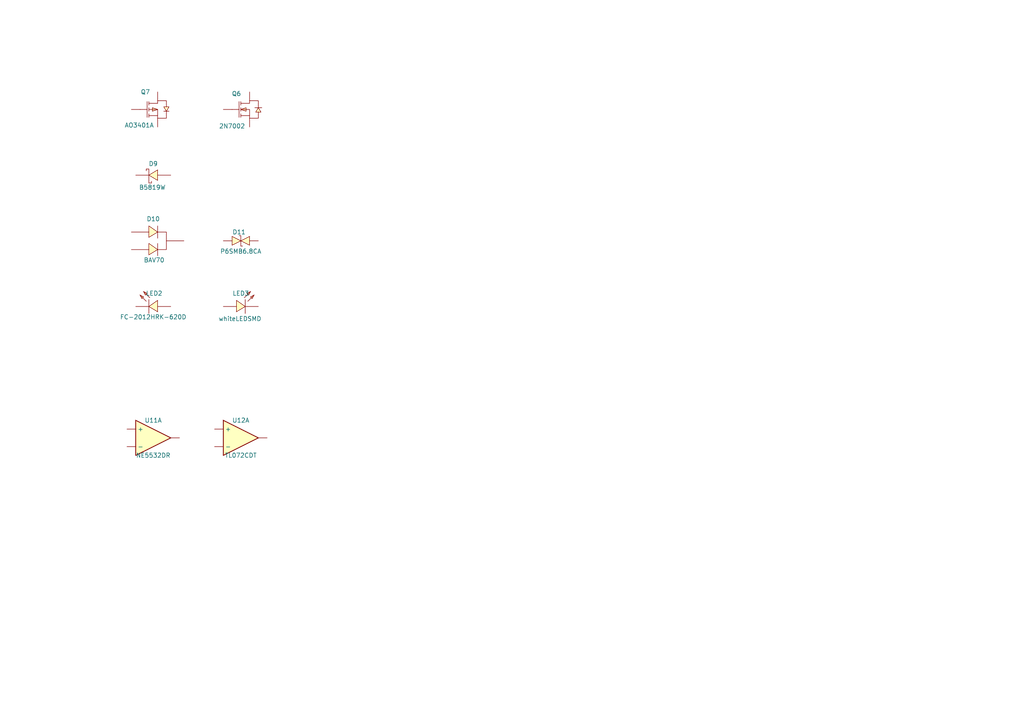
<source format=kicad_sch>
(kicad_sch (version 20250114) (generator "eeschema") (generator_version "9.0")
  (paper "A4")
  (lib_symbols
    (symbol "jlcbasic:2N7002" (pin_numbers (hide yes)) (pin_names (hide yes))
      (property "Reference" "Q" (at -1.27 4.572 0))
      (property "Value" "2N7002" (at -2.54 -4.826 0))
      (symbol "2N7002_0_1"
        (polyline (pts (xy -2.54 0) (xy -0.51 0)))
        (polyline (pts (xy -0.51 2.29) (xy -0.51 -2.29)))
        (polyline (pts (xy 0 2.29) (xy 0 1.27)))
        (polyline (pts (xy 0 1.78) (xy 2.54 1.78) (xy 2.54 2.54) (xy 5.08 2.54) (xy 5.08 0.51)))
        (polyline (pts (xy 0 0) (xy 1.52 -0.51) (xy 1.52 0.51) (xy 0 0)) (fill (type background)))
        (polyline (pts (xy 0 0) (xy 2.54 0) (xy 2.54 -2.54) (xy 5.08 -2.54) (xy 5.08 -0.76)))
        (polyline (pts (xy 0 -0.51) (xy 0 0.51)))
        (polyline (pts (xy 0 -2.29) (xy 0 -1.27)))
        (polyline (pts (xy 2.54 -1.78) (xy 0 -1.78)))
        (polyline (pts (xy 5.08 0.51) (xy 4.32 -0.76) (xy 5.84 -0.76) (xy 5.08 0.51)) (fill (type background)))
        (polyline (pts (xy 6.1 0.51) (xy 5.59 0.51) (xy 4.57 0.51) (xy 4.06 0.51)))
        (pin unspecified line (at -5.08 0 0) (length 2.54) (name "G") (number "1"))
        (pin unspecified line (at 2.54 5.08 270) (length 2.54) (name "D") (number "3"))
        (pin unspecified line (at 2.54 -5.08 90) (length 2.54) (name "S") (number "2"))
      )
    )
    (symbol "jlcbasic:AO3401A" (pin_numbers (hide yes)) (pin_names (hide yes))
      (property "Reference" "Q" (at -1.016 5.08 0))
      (property "Value" "AO3401A" (at -2.794 -4.572 0))
      (symbol "AO3401A_0_1"
        (polyline (pts (xy -2.54 0) (xy -0.51 0)))
        (polyline (pts (xy -0.51 2.29) (xy -0.51 -2.29)))
        (polyline (pts (xy 0 1.27) (xy 0 2.29)))
        (polyline (pts (xy 0 0) (xy 2.54 0) (xy 2.54 -2.54)))
        (polyline (pts (xy 0 -0.51) (xy 0 0.51)))
        (polyline (pts (xy 0 -2.29) (xy 0 -1.27)))
        (polyline (pts (xy 2.54 1.78) (xy 0 1.78)))
        (polyline (pts (xy 2.54 1.78) (xy 2.54 2.54) (xy 5.08 2.54) (xy 5.08 0.76)))
        (polyline (pts (xy 2.54 0) (xy 1.02 0.51) (xy 1.02 -0.51) (xy 2.54 0)) (fill (type background)))
        (polyline (pts (xy 2.54 -1.78) (xy 0 -1.78)))
        (polyline (pts (xy 2.54 -2.54) (xy 5.08 -2.54) (xy 5.08 -0.51)))
        (polyline (pts (xy 5.08 -0.51) (xy 5.84 0.76) (xy 4.32 0.76) (xy 5.08 -0.51)) (fill (type background)))
        (polyline (pts (xy 5.84 -0.51) (xy 5.59 -0.51) (xy 4.57 -0.51) (xy 4.32 -0.51)))
        (pin unspecified line (at -5.08 0 0) (length 2.54) (name "G") (number "1"))
        (pin unspecified line (at 2.54 5.08 270) (length 2.54) (name "D") (number "3"))
        (pin unspecified line (at 2.54 -5.08 90) (length 2.54) (name "S") (number "2"))
      )
    )
    (symbol "jlcbasic:B5819W_C8598" (pin_numbers (hide yes)) (pin_names (hide yes))
      (property "Reference" "D" (at 0 3.302 0))
      (property "Value" "B5819W" (at -0.254 -3.556 0))
      (symbol "B5819W_C8598_0_1"
        (polyline (pts (xy -0.51 -1.78) (xy -0.51 -2.29) (xy -1.27 -2.29) (xy -1.27 1.02) (xy -1.27 1.78) (xy -2.03 1.78) (xy -2.03 1.27)))
        (polyline (pts (xy 1.27 1.52) (xy -1.27 0) (xy 1.27 -1.52) (xy 1.27 1.52)) (fill (type background)))
        (pin unspecified line (at -5.08 0 0) (length 3.81) (name "-") (number "1"))
        (pin unspecified line (at 5.08 0 180) (length 3.81) (name "+") (number "2"))
      )
    )
    (symbol "jlcbasic:BAV70-C68978" (pin_numbers (hide yes)) (pin_names (hide yes))
      (property "Reference" "D" (at -1.27 6.35 0))
      (property "Value" "BAV70" (at -1.016 -5.588 0))
      (symbol "BAV70-C68978_0_1"
        (polyline (pts (xy -2.54 1.02) (xy 0 2.54) (xy -2.54 4.32) (xy -2.54 1.02)) (fill (type background)))
        (polyline (pts (xy -2.54 -4.06) (xy 0 -2.54) (xy -2.54 -0.76) (xy -2.54 -4.06)) (fill (type background)))
        (polyline (pts (xy 0 2.54) (xy 2.54 2.54) (xy 2.54 -2.54) (xy 0 -2.54) (xy 0 -2.54)))
        (polyline (pts (xy 0 0.76) (xy 0 4.32)))
        (polyline (pts (xy 0 -4.32) (xy 0 -0.76)))
        (pin unspecified line (at -7.62 2.54 0) (length 5.08) (name "1") (number "1"))
        (pin unspecified line (at -7.62 -2.54 0) (length 5.08) (name "2") (number "2"))
        (pin unspecified line (at 7.62 0 180) (length 5.08) (name "3") (number "3"))
      )
    )
    (symbol "jlcbasic:FC-2012HRK-620D" (pin_numbers (hide yes)) (pin_names (hide yes))
      (property "Reference" "LED" (at 0.254 3.81 0))
      (property "Value" "FC-2012HRK-620D" (at 0 -3.048 0))
      (symbol "FC-2012HRK-620D_0_1"
        (polyline (pts (xy -3.81 3.3) (xy -2.79 2.79) (xy -3.3 2.29) (xy -3.81 3.3)) (fill (type background)))
        (polyline (pts (xy -2.79 4.32) (xy -1.78 3.81) (xy -2.29 3.3) (xy -2.79 4.32)) (fill (type background)))
        (polyline (pts (xy -2.03 1.52) (xy -3.81 3.3)))
        (polyline (pts (xy -1.27 2.03) (xy -1.27 -2.03)))
        (polyline (pts (xy -1.02 2.54) (xy -2.79 4.32)))
        (polyline (pts (xy 1.27 -1.52) (xy -1.27 0) (xy 1.27 1.78) (xy 1.27 -1.52)) (fill (type background)))
        (pin unspecified line (at -5.08 0 0) (length 3.81) (name "-") (number "2"))
        (pin unspecified line (at 5.08 0 180) (length 3.81) (name "+") (number "1"))
      )
    )
    (symbol "jlcbasic:NE5532" (pin_numbers (hide yes))
      (property "Reference" "U" (at 0 5.08 0))
      (property "Value" "NE5532DR" (at 0 -5.08 0))
      (symbol "NE5532_1_1"
        (polyline (pts (xy -5.08 5.08) (xy 5.08 0) (xy -5.08 -5.08) (xy -5.08 5.08)) (stroke (width 0.254)) (fill (type background)))
        (pin input line (at -7.62 2.54 0) (length 2.54) (name "+") (number "3"))
        (pin input line (at -7.62 -2.54 0) (length 2.54) (name "-") (number "2"))
        (pin output line (at 7.62 0 180) (length 2.54) (name "~") (number "1"))
      )
      (symbol "NE5532_2_1"
        (polyline (pts (xy -5.08 5.08) (xy 5.08 0) (xy -5.08 -5.08) (xy -5.08 5.08)) (stroke (width 0.254)) (fill (type background)))
        (pin input line (at -7.62 2.54 0) (length 2.54) (name "+") (number "5"))
        (pin input line (at -7.62 -2.54 0) (length 2.54) (name "-") (number "6"))
        (pin output line (at 7.62 0 180) (length 2.54) (name "~") (number "7"))
      )
      (symbol "NE5532_3_1"
        (pin power_in line (at -2.54 7.62 270) (length 3.81) (name "V+") (number "8"))
        (pin power_in line (at -2.54 -7.62 90) (length 3.81) (name "V-") (number "4"))
      )
    )
    (symbol "jlcbasic:P6SMB6.8CA-C78395" (pin_numbers (hide yes)) (pin_names (hide yes))
      (property "Reference" "D" (at -0.508 2.54 0))
      (property "Value" "P6SMB6.8CA" (at 0 -3.048 0))
      (symbol "P6SMB6.8CA-C78395_0_1"
        (polyline (pts (xy -2.54 1.27) (xy 0 0) (xy -2.54 -1.27) (xy -2.54 1.27)) (fill (type background)))
        (polyline (pts (xy -0.51 1.52) (xy -0.51 1.52) (xy 0 1.52) (xy 0 -1.52) (xy 0.51 -1.52) (xy 0.51 -1.52)))
        (polyline (pts (xy 2.54 1.27) (xy 0 0) (xy 2.54 -1.27) (xy 2.54 1.27)) (fill (type background)))
        (pin unspecified line (at -5.08 0 0) (length 2.54) (name "1") (number "1"))
        (pin unspecified line (at 5.08 0 180) (length 2.54) (name "2") (number "2"))
      )
    )
    (symbol "jlcbasic:TL072" (pin_numbers (hide yes))
      (property "Reference" "U" (at 0 5.08 0))
      (property "Value" "TL072CDT" (at 0 -5.08 0))
      (symbol "TL072_1_1"
        (polyline (pts (xy -5.08 5.08) (xy 5.08 0) (xy -5.08 -5.08) (xy -5.08 5.08)) (stroke (width 0.254)) (fill (type background)))
        (pin input line (at -7.62 2.54 0) (length 2.54) (name "+") (number "3"))
        (pin input line (at -7.62 -2.54 0) (length 2.54) (name "-") (number "2"))
        (pin output line (at 7.62 0 180) (length 2.54) (name "~") (number "1"))
      )
      (symbol "TL072_2_1"
        (polyline (pts (xy -5.08 5.08) (xy 5.08 0) (xy -5.08 -5.08) (xy -5.08 5.08)) (stroke (width 0.254)) (fill (type background)))
        (pin input line (at -7.62 2.54 0) (length 2.54) (name "+") (number "5"))
        (pin input line (at -7.62 -2.54 0) (length 2.54) (name "-") (number "6"))
        (pin output line (at 7.62 0 180) (length 2.54) (name "~") (number "7"))
      )
      (symbol "TL072_3_1"
        (pin power_in line (at -2.54 7.62 270) (length 3.81) (name "V+") (number "8"))
        (pin power_in line (at -2.54 -7.62 90) (length 3.81) (name "V-") (number "4"))
      )
    )
    (symbol "jlcbasic:whiteLEDSMD" (pin_numbers (hide yes)) (pin_names (hide yes))
      (property "Reference" "LED" (at 0 2.54 0))
      (property "Value" "whiteLEDSMD" (at -0.254 -4.826 0))
      (symbol "whiteLEDSMD_0_1"
        (polyline (pts (xy -1.27 -2.79) (xy 1.27 -1.27) (xy -1.27 0.51) (xy -1.27 -2.79)) (fill (type background)))
        (polyline (pts (xy 1.02 1.27) (xy 2.79 3.05)))
        (polyline (pts (xy 1.27 0.76) (xy 1.27 -3.3)))
        (polyline (pts (xy 2.03 0.25) (xy 3.81 2.03)))
        (polyline (pts (xy 2.79 3.05) (xy 1.78 2.54) (xy 2.29 2.03) (xy 2.79 3.05)) (fill (type background)))
        (polyline (pts (xy 3.81 2.03) (xy 2.79 1.52) (xy 3.3 1.02) (xy 3.81 2.03)) (fill (type background)))
        (pin unspecified line (at -5.08 -1.27 0) (length 3.81) (name "A") (number "1"))
        (pin unspecified line (at 5.08 -1.27 180) (length 3.81) (name "K") (number "2"))
      )
    )
  )
  (symbol (lib_id "jlcbasic:AO3401A") (at 43.18 31.75 0) (unit 1)
    (property "Reference" "Q7" (at 42.164 26.67 0))
    (property "Value" "AO3401A" (at 40.386 36.322 0))
    (property "Footprint" "jlcbasic:SOT-23_L2.9-W1.3-P1.90-LS2.4-BR" (effects (hide yes)))
    (property "Datasheet" "https://lcsc.com/product-detail/MOSFET_AOS_AO3401A_AO3401A_C15127.html" (effects (hide yes)))
    (property "Description" "30V 4A 44mΩ@10V,4.3A 1.4W 1.3V@250uA 1 Piece P-Channel SOT-23 MOSFETs ROHS" (effects (hide yes)))
    (property "LCSC Part" "C15127" (effects (hide yes)))
    (property "PartNumber" "AO3401A" (effects (hide yes)))
  )
  (symbol (lib_id "jlcbasic:2N7002") (at 69.85 31.75 0) (unit 1)
    (property "Reference" "Q6" (at 68.58 27.178 0))
    (property "Value" "2N7002" (at 67.31 36.576 0))
    (property "Footprint" "jlcbasic:SOT-23-3_L2.9-W1.3-P1.90-LS2.4-BR" (effects (hide yes)))
    (property "Datasheet" "https://lcsc.com/product-detail/MOSFET_2N7002-7002_C8545.html" (effects (hide yes)))
    (property "Description" "60V 115mA 200mW 7.5Ω@10V,500mA 2.5V@250uA 1 N-Channel SOT-23 MOSFETs ROHS" (effects (hide yes)))
    (property "LCSC Part" "C8545" (effects (hide yes)))
    (property "PartNumber" "2N7002" (effects (hide yes)))
  )
  (symbol (lib_id "jlcbasic:BAV70-C68978") (at 45.72 69.85 0) (unit 1)
    (property "Reference" "D10" (at 44.45 63.5 0))
    (property "Value" "BAV70" (at 44.704 75.438 0))
    (property "Footprint" "jlcbasic:SOT-23-3_L3.0-W1.7-P0.95-LS2.9-BR" (effects (hide yes)))
    (property "Datasheet" "https://lcsc.com/product-detail/Switching-Diode_BAV70_C68978.html" (effects (hide yes)))
    (property "LCSC Part" "C68978" (effects (hide yes)))
    (property "PartNumber" "BAV70-C68978" (effects (hide yes)))
  )
  (symbol (lib_id "jlcbasic:FC-2012HRK-620D") (at 44.45 88.9 0) (unit 1)
    (property "Reference" "LED2" (at 44.704 85.09 0))
    (property "Value" "FC-2012HRK-620D" (at 44.45 91.948 0))
    (property "Footprint" "jlcbasic:LED0805-R-RD" (effects (hide yes)))
    (property "Datasheet" "https://lcsc.com/product-detail/Light-Emitting-Diodes-LED_Red-LED-SMDLED-80-180mcd_C84256.html" (effects (hide yes)))
    (property "LCSC Part" "C84256" (effects (hide yes)))
    (property "PartNumber" "FC-2012HRK-620D" (effects (hide yes)))
  )
  (symbol (lib_id "jlcbasic:NE5532") (at 44.45 127 0) (unit 1)
    (property "Reference" "U11" (at 44.45 121.92 0))
    (property "Value" "NE5532DR" (at 44.45 132.08 0))
    (property "Footprint" "jlcbasic:SOIC-8_L4.9-W3.9-P1.27-LS6.0-BL" (effects (hide yes)))
    (property "Datasheet" "https://lcsc.com/product-detail/Audio-OpAmps_TI_NE5532DR_NE5532DR_C7426.html" (effects (hide yes)))
    (property "Description" "Dual 200nA 9V/us 10MHz SOIC-8 Operational Amplifier ROHS" (effects (hide yes)))
    (property "LCSC Part" "C7426" (effects (hide yes)))
    (property "PartNumber" "NE5532DR" (effects (hide yes)))
  )
  (symbol (lib_id "jlcbasic:B5819W_C8598") (at 44.45 50.8 0) (unit 1)
    (property "Reference" "D9" (at 44.45 47.498 0))
    (property "Value" "B5819W" (at 44.196 54.356 0))
    (property "Footprint" "jlcbasic:SOD-123_L2.7-W1.6-LS3.7-RD-1" (effects (hide yes)))
    (property "Datasheet" "https://lcsc.com/product-detail/Schottky-Barrier-Diodes-SBD_B5819W-SL_C8598.html" (effects (hide yes)))
    (property "LCSC Part" "C8598" (effects (hide yes)))
    (property "PartNumber" "B5819W_C8598" (effects (hide yes)))
  )
  (symbol (lib_id "jlcbasic:whiteLEDSMD") (at 69.85 87.63 0) (unit 1)
    (property "Reference" "LED3" (at 69.85 85.09 0))
    (property "Value" "whiteLEDSMD" (at 69.596 92.456 0))
    (property "Footprint" "jlcbasic:LED0805-R-RD" (effects (hide yes)))
    (property "Datasheet" "https://lcsc.com/product-detail/Light-Emitting-Diodes-LED_white-0805_C34499.html" (effects (hide yes)))
    (property "LCSC Part" "C34499" (effects (hide yes)))
    (property "PartNumber" "whiteLEDSMD" (effects (hide yes)))
  )
  (symbol (lib_id "jlcbasic:P6SMB6.8CA-C78395") (at 69.85 69.85 0) (unit 1)
    (property "Reference" "D11" (at 69.342 67.31 0))
    (property "Value" "P6SMB6.8CA" (at 69.85 72.898 0))
    (property "Footprint" "jlcbasic:SMB_L4.6-W3.6-LS5.3-BI" (effects (hide yes)))
    (property "Datasheet" "https://lcsc.com/product-detail/TVS_P6SMB6-8CA_C78395.html" (effects (hide yes)))
    (property "LCSC Part" "C78395" (effects (hide yes)))
    (property "PartNumber" "P6SMB6.8CA-C78395" (effects (hide yes)))
  )
  (symbol (lib_id "jlcbasic:TL072") (at 69.85 127 0) (unit 1)
    (property "Reference" "U12" (at 69.85 121.92 0))
    (property "Value" "TL072CDT" (at 69.85 132.08 0))
    (property "Footprint" "jlcbasic:SOIC-8_L5.0-W4.0-P1.27-LS6.0-BL" (effects (hide yes)))
    (property "Datasheet" "https://lcsc.com/product-detail/FET-InputAmplifiers_STMicroelectronics_TL072CDT_TL072CDT_C6961.html" (effects (hide yes)))
    (property "Description" "3mV 4MHz 20pA Dual channel SOIC-8 FET Input Amplifiers ROHS" (effects (hide yes)))
    (property "LCSC Part" "C6961" (effects (hide yes)))
    (property "PartNumber" "TL072CDT" (effects (hide yes)))
  )
)
</source>
